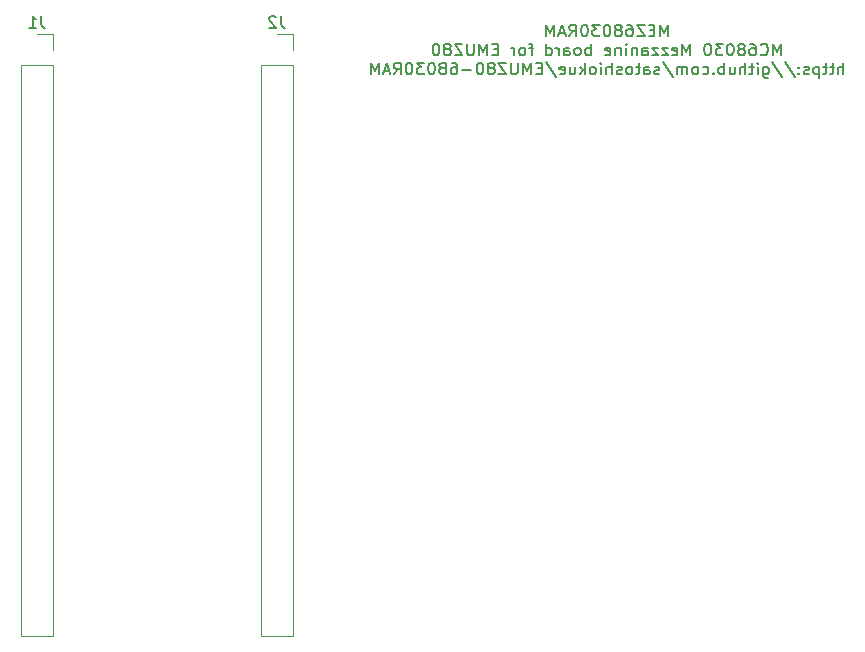
<source format=gbo>
G04 #@! TF.GenerationSoftware,KiCad,Pcbnew,(6.0.10-0)*
G04 #@! TF.CreationDate,2023-02-19T16:13:56+09:00*
G04 #@! TF.ProjectId,MEZ68030RAM,4d455a36-3830-4333-9052-414d2e6b6963,A*
G04 #@! TF.SameCoordinates,PX5f5e100PY8e18f40*
G04 #@! TF.FileFunction,Legend,Bot*
G04 #@! TF.FilePolarity,Positive*
%FSLAX46Y46*%
G04 Gerber Fmt 4.6, Leading zero omitted, Abs format (unit mm)*
G04 Created by KiCad (PCBNEW (6.0.10-0)) date 2023-02-19 16:13:56*
%MOMM*%
%LPD*%
G01*
G04 APERTURE LIST*
%ADD10C,0.200000*%
%ADD11C,0.150000*%
%ADD12C,0.120000*%
G04 APERTURE END LIST*
D10*
X57212857Y52862620D02*
X57212857Y53862620D01*
X56879523Y53148334D01*
X56546190Y53862620D01*
X56546190Y52862620D01*
X56070000Y53386429D02*
X55736666Y53386429D01*
X55593809Y52862620D02*
X56070000Y52862620D01*
X56070000Y53862620D01*
X55593809Y53862620D01*
X55260476Y53862620D02*
X54593809Y53862620D01*
X55260476Y52862620D01*
X54593809Y52862620D01*
X53784285Y53862620D02*
X53974761Y53862620D01*
X54070000Y53815000D01*
X54117619Y53767381D01*
X54212857Y53624524D01*
X54260476Y53434048D01*
X54260476Y53053096D01*
X54212857Y52957858D01*
X54165238Y52910239D01*
X54070000Y52862620D01*
X53879523Y52862620D01*
X53784285Y52910239D01*
X53736666Y52957858D01*
X53689047Y53053096D01*
X53689047Y53291191D01*
X53736666Y53386429D01*
X53784285Y53434048D01*
X53879523Y53481667D01*
X54070000Y53481667D01*
X54165238Y53434048D01*
X54212857Y53386429D01*
X54260476Y53291191D01*
X53117619Y53434048D02*
X53212857Y53481667D01*
X53260476Y53529286D01*
X53308095Y53624524D01*
X53308095Y53672143D01*
X53260476Y53767381D01*
X53212857Y53815000D01*
X53117619Y53862620D01*
X52927142Y53862620D01*
X52831904Y53815000D01*
X52784285Y53767381D01*
X52736666Y53672143D01*
X52736666Y53624524D01*
X52784285Y53529286D01*
X52831904Y53481667D01*
X52927142Y53434048D01*
X53117619Y53434048D01*
X53212857Y53386429D01*
X53260476Y53338810D01*
X53308095Y53243572D01*
X53308095Y53053096D01*
X53260476Y52957858D01*
X53212857Y52910239D01*
X53117619Y52862620D01*
X52927142Y52862620D01*
X52831904Y52910239D01*
X52784285Y52957858D01*
X52736666Y53053096D01*
X52736666Y53243572D01*
X52784285Y53338810D01*
X52831904Y53386429D01*
X52927142Y53434048D01*
X52117619Y53862620D02*
X52022380Y53862620D01*
X51927142Y53815000D01*
X51879523Y53767381D01*
X51831904Y53672143D01*
X51784285Y53481667D01*
X51784285Y53243572D01*
X51831904Y53053096D01*
X51879523Y52957858D01*
X51927142Y52910239D01*
X52022380Y52862620D01*
X52117619Y52862620D01*
X52212857Y52910239D01*
X52260476Y52957858D01*
X52308095Y53053096D01*
X52355714Y53243572D01*
X52355714Y53481667D01*
X52308095Y53672143D01*
X52260476Y53767381D01*
X52212857Y53815000D01*
X52117619Y53862620D01*
X51450952Y53862620D02*
X50831904Y53862620D01*
X51165238Y53481667D01*
X51022380Y53481667D01*
X50927142Y53434048D01*
X50879523Y53386429D01*
X50831904Y53291191D01*
X50831904Y53053096D01*
X50879523Y52957858D01*
X50927142Y52910239D01*
X51022380Y52862620D01*
X51308095Y52862620D01*
X51403333Y52910239D01*
X51450952Y52957858D01*
X50212857Y53862620D02*
X50117619Y53862620D01*
X50022380Y53815000D01*
X49974761Y53767381D01*
X49927142Y53672143D01*
X49879523Y53481667D01*
X49879523Y53243572D01*
X49927142Y53053096D01*
X49974761Y52957858D01*
X50022380Y52910239D01*
X50117619Y52862620D01*
X50212857Y52862620D01*
X50308095Y52910239D01*
X50355714Y52957858D01*
X50403333Y53053096D01*
X50450952Y53243572D01*
X50450952Y53481667D01*
X50403333Y53672143D01*
X50355714Y53767381D01*
X50308095Y53815000D01*
X50212857Y53862620D01*
X48879523Y52862620D02*
X49212857Y53338810D01*
X49450952Y52862620D02*
X49450952Y53862620D01*
X49070000Y53862620D01*
X48974761Y53815000D01*
X48927142Y53767381D01*
X48879523Y53672143D01*
X48879523Y53529286D01*
X48927142Y53434048D01*
X48974761Y53386429D01*
X49070000Y53338810D01*
X49450952Y53338810D01*
X48498571Y53148334D02*
X48022380Y53148334D01*
X48593809Y52862620D02*
X48260476Y53862620D01*
X47927142Y52862620D01*
X47593809Y52862620D02*
X47593809Y53862620D01*
X47260476Y53148334D01*
X46927142Y53862620D01*
X46927142Y52862620D01*
X66784285Y51252620D02*
X66784285Y52252620D01*
X66450952Y51538334D01*
X66117619Y52252620D01*
X66117619Y51252620D01*
X65070000Y51347858D02*
X65117619Y51300239D01*
X65260476Y51252620D01*
X65355714Y51252620D01*
X65498571Y51300239D01*
X65593809Y51395477D01*
X65641428Y51490715D01*
X65689047Y51681191D01*
X65689047Y51824048D01*
X65641428Y52014524D01*
X65593809Y52109762D01*
X65498571Y52205000D01*
X65355714Y52252620D01*
X65260476Y52252620D01*
X65117619Y52205000D01*
X65070000Y52157381D01*
X64212857Y52252620D02*
X64403333Y52252620D01*
X64498571Y52205000D01*
X64546190Y52157381D01*
X64641428Y52014524D01*
X64689047Y51824048D01*
X64689047Y51443096D01*
X64641428Y51347858D01*
X64593809Y51300239D01*
X64498571Y51252620D01*
X64308095Y51252620D01*
X64212857Y51300239D01*
X64165238Y51347858D01*
X64117619Y51443096D01*
X64117619Y51681191D01*
X64165238Y51776429D01*
X64212857Y51824048D01*
X64308095Y51871667D01*
X64498571Y51871667D01*
X64593809Y51824048D01*
X64641428Y51776429D01*
X64689047Y51681191D01*
X63546190Y51824048D02*
X63641428Y51871667D01*
X63689047Y51919286D01*
X63736666Y52014524D01*
X63736666Y52062143D01*
X63689047Y52157381D01*
X63641428Y52205000D01*
X63546190Y52252620D01*
X63355714Y52252620D01*
X63260476Y52205000D01*
X63212857Y52157381D01*
X63165238Y52062143D01*
X63165238Y52014524D01*
X63212857Y51919286D01*
X63260476Y51871667D01*
X63355714Y51824048D01*
X63546190Y51824048D01*
X63641428Y51776429D01*
X63689047Y51728810D01*
X63736666Y51633572D01*
X63736666Y51443096D01*
X63689047Y51347858D01*
X63641428Y51300239D01*
X63546190Y51252620D01*
X63355714Y51252620D01*
X63260476Y51300239D01*
X63212857Y51347858D01*
X63165238Y51443096D01*
X63165238Y51633572D01*
X63212857Y51728810D01*
X63260476Y51776429D01*
X63355714Y51824048D01*
X62546190Y52252620D02*
X62450952Y52252620D01*
X62355714Y52205000D01*
X62308095Y52157381D01*
X62260476Y52062143D01*
X62212857Y51871667D01*
X62212857Y51633572D01*
X62260476Y51443096D01*
X62308095Y51347858D01*
X62355714Y51300239D01*
X62450952Y51252620D01*
X62546190Y51252620D01*
X62641428Y51300239D01*
X62689047Y51347858D01*
X62736666Y51443096D01*
X62784285Y51633572D01*
X62784285Y51871667D01*
X62736666Y52062143D01*
X62689047Y52157381D01*
X62641428Y52205000D01*
X62546190Y52252620D01*
X61879523Y52252620D02*
X61260476Y52252620D01*
X61593809Y51871667D01*
X61450952Y51871667D01*
X61355714Y51824048D01*
X61308095Y51776429D01*
X61260476Y51681191D01*
X61260476Y51443096D01*
X61308095Y51347858D01*
X61355714Y51300239D01*
X61450952Y51252620D01*
X61736666Y51252620D01*
X61831904Y51300239D01*
X61879523Y51347858D01*
X60641428Y52252620D02*
X60546190Y52252620D01*
X60450952Y52205000D01*
X60403333Y52157381D01*
X60355714Y52062143D01*
X60308095Y51871667D01*
X60308095Y51633572D01*
X60355714Y51443096D01*
X60403333Y51347858D01*
X60450952Y51300239D01*
X60546190Y51252620D01*
X60641428Y51252620D01*
X60736666Y51300239D01*
X60784285Y51347858D01*
X60831904Y51443096D01*
X60879523Y51633572D01*
X60879523Y51871667D01*
X60831904Y52062143D01*
X60784285Y52157381D01*
X60736666Y52205000D01*
X60641428Y52252620D01*
X59117619Y51252620D02*
X59117619Y52252620D01*
X58784285Y51538334D01*
X58450952Y52252620D01*
X58450952Y51252620D01*
X57593809Y51300239D02*
X57689047Y51252620D01*
X57879523Y51252620D01*
X57974761Y51300239D01*
X58022380Y51395477D01*
X58022380Y51776429D01*
X57974761Y51871667D01*
X57879523Y51919286D01*
X57689047Y51919286D01*
X57593809Y51871667D01*
X57546190Y51776429D01*
X57546190Y51681191D01*
X58022380Y51585953D01*
X57212857Y51919286D02*
X56689047Y51919286D01*
X57212857Y51252620D01*
X56689047Y51252620D01*
X56403333Y51919286D02*
X55879523Y51919286D01*
X56403333Y51252620D01*
X55879523Y51252620D01*
X55070000Y51252620D02*
X55070000Y51776429D01*
X55117619Y51871667D01*
X55212857Y51919286D01*
X55403333Y51919286D01*
X55498571Y51871667D01*
X55070000Y51300239D02*
X55165238Y51252620D01*
X55403333Y51252620D01*
X55498571Y51300239D01*
X55546190Y51395477D01*
X55546190Y51490715D01*
X55498571Y51585953D01*
X55403333Y51633572D01*
X55165238Y51633572D01*
X55070000Y51681191D01*
X54593809Y51919286D02*
X54593809Y51252620D01*
X54593809Y51824048D02*
X54546190Y51871667D01*
X54450952Y51919286D01*
X54308095Y51919286D01*
X54212857Y51871667D01*
X54165238Y51776429D01*
X54165238Y51252620D01*
X53689047Y51252620D02*
X53689047Y51919286D01*
X53689047Y52252620D02*
X53736666Y52205000D01*
X53689047Y52157381D01*
X53641428Y52205000D01*
X53689047Y52252620D01*
X53689047Y52157381D01*
X53212857Y51919286D02*
X53212857Y51252620D01*
X53212857Y51824048D02*
X53165238Y51871667D01*
X53070000Y51919286D01*
X52927142Y51919286D01*
X52831904Y51871667D01*
X52784285Y51776429D01*
X52784285Y51252620D01*
X51927142Y51300239D02*
X52022380Y51252620D01*
X52212857Y51252620D01*
X52308095Y51300239D01*
X52355714Y51395477D01*
X52355714Y51776429D01*
X52308095Y51871667D01*
X52212857Y51919286D01*
X52022380Y51919286D01*
X51927142Y51871667D01*
X51879523Y51776429D01*
X51879523Y51681191D01*
X52355714Y51585953D01*
X50689047Y51252620D02*
X50689047Y52252620D01*
X50689047Y51871667D02*
X50593809Y51919286D01*
X50403333Y51919286D01*
X50308095Y51871667D01*
X50260476Y51824048D01*
X50212857Y51728810D01*
X50212857Y51443096D01*
X50260476Y51347858D01*
X50308095Y51300239D01*
X50403333Y51252620D01*
X50593809Y51252620D01*
X50689047Y51300239D01*
X49641428Y51252620D02*
X49736666Y51300239D01*
X49784285Y51347858D01*
X49831904Y51443096D01*
X49831904Y51728810D01*
X49784285Y51824048D01*
X49736666Y51871667D01*
X49641428Y51919286D01*
X49498571Y51919286D01*
X49403333Y51871667D01*
X49355714Y51824048D01*
X49308095Y51728810D01*
X49308095Y51443096D01*
X49355714Y51347858D01*
X49403333Y51300239D01*
X49498571Y51252620D01*
X49641428Y51252620D01*
X48450952Y51252620D02*
X48450952Y51776429D01*
X48498571Y51871667D01*
X48593809Y51919286D01*
X48784285Y51919286D01*
X48879523Y51871667D01*
X48450952Y51300239D02*
X48546190Y51252620D01*
X48784285Y51252620D01*
X48879523Y51300239D01*
X48927142Y51395477D01*
X48927142Y51490715D01*
X48879523Y51585953D01*
X48784285Y51633572D01*
X48546190Y51633572D01*
X48450952Y51681191D01*
X47974761Y51252620D02*
X47974761Y51919286D01*
X47974761Y51728810D02*
X47927142Y51824048D01*
X47879523Y51871667D01*
X47784285Y51919286D01*
X47689047Y51919286D01*
X46927142Y51252620D02*
X46927142Y52252620D01*
X46927142Y51300239D02*
X47022380Y51252620D01*
X47212857Y51252620D01*
X47308095Y51300239D01*
X47355714Y51347858D01*
X47403333Y51443096D01*
X47403333Y51728810D01*
X47355714Y51824048D01*
X47308095Y51871667D01*
X47212857Y51919286D01*
X47022380Y51919286D01*
X46927142Y51871667D01*
X45831904Y51919286D02*
X45450952Y51919286D01*
X45689047Y51252620D02*
X45689047Y52109762D01*
X45641428Y52205000D01*
X45546190Y52252620D01*
X45450952Y52252620D01*
X44974761Y51252620D02*
X45070000Y51300239D01*
X45117619Y51347858D01*
X45165238Y51443096D01*
X45165238Y51728810D01*
X45117619Y51824048D01*
X45070000Y51871667D01*
X44974761Y51919286D01*
X44831904Y51919286D01*
X44736666Y51871667D01*
X44689047Y51824048D01*
X44641428Y51728810D01*
X44641428Y51443096D01*
X44689047Y51347858D01*
X44736666Y51300239D01*
X44831904Y51252620D01*
X44974761Y51252620D01*
X44212857Y51252620D02*
X44212857Y51919286D01*
X44212857Y51728810D02*
X44165238Y51824048D01*
X44117619Y51871667D01*
X44022380Y51919286D01*
X43927142Y51919286D01*
X42831904Y51776429D02*
X42498571Y51776429D01*
X42355714Y51252620D02*
X42831904Y51252620D01*
X42831904Y52252620D01*
X42355714Y52252620D01*
X41927142Y51252620D02*
X41927142Y52252620D01*
X41593809Y51538334D01*
X41260476Y52252620D01*
X41260476Y51252620D01*
X40784285Y52252620D02*
X40784285Y51443096D01*
X40736666Y51347858D01*
X40689047Y51300239D01*
X40593809Y51252620D01*
X40403333Y51252620D01*
X40308095Y51300239D01*
X40260476Y51347858D01*
X40212857Y51443096D01*
X40212857Y52252620D01*
X39831904Y52252620D02*
X39165238Y52252620D01*
X39831904Y51252620D01*
X39165238Y51252620D01*
X38641428Y51824048D02*
X38736666Y51871667D01*
X38784285Y51919286D01*
X38831904Y52014524D01*
X38831904Y52062143D01*
X38784285Y52157381D01*
X38736666Y52205000D01*
X38641428Y52252620D01*
X38450952Y52252620D01*
X38355714Y52205000D01*
X38308095Y52157381D01*
X38260476Y52062143D01*
X38260476Y52014524D01*
X38308095Y51919286D01*
X38355714Y51871667D01*
X38450952Y51824048D01*
X38641428Y51824048D01*
X38736666Y51776429D01*
X38784285Y51728810D01*
X38831904Y51633572D01*
X38831904Y51443096D01*
X38784285Y51347858D01*
X38736666Y51300239D01*
X38641428Y51252620D01*
X38450952Y51252620D01*
X38355714Y51300239D01*
X38308095Y51347858D01*
X38260476Y51443096D01*
X38260476Y51633572D01*
X38308095Y51728810D01*
X38355714Y51776429D01*
X38450952Y51824048D01*
X37641428Y52252620D02*
X37546190Y52252620D01*
X37450952Y52205000D01*
X37403333Y52157381D01*
X37355714Y52062143D01*
X37308095Y51871667D01*
X37308095Y51633572D01*
X37355714Y51443096D01*
X37403333Y51347858D01*
X37450952Y51300239D01*
X37546190Y51252620D01*
X37641428Y51252620D01*
X37736666Y51300239D01*
X37784285Y51347858D01*
X37831904Y51443096D01*
X37879523Y51633572D01*
X37879523Y51871667D01*
X37831904Y52062143D01*
X37784285Y52157381D01*
X37736666Y52205000D01*
X37641428Y52252620D01*
X72070000Y49642620D02*
X72070000Y50642620D01*
X71641428Y49642620D02*
X71641428Y50166429D01*
X71689047Y50261667D01*
X71784285Y50309286D01*
X71927142Y50309286D01*
X72022380Y50261667D01*
X72070000Y50214048D01*
X71308095Y50309286D02*
X70927142Y50309286D01*
X71165238Y50642620D02*
X71165238Y49785477D01*
X71117619Y49690239D01*
X71022380Y49642620D01*
X70927142Y49642620D01*
X70736666Y50309286D02*
X70355714Y50309286D01*
X70593809Y50642620D02*
X70593809Y49785477D01*
X70546190Y49690239D01*
X70450952Y49642620D01*
X70355714Y49642620D01*
X70022380Y50309286D02*
X70022380Y49309286D01*
X70022380Y50261667D02*
X69927142Y50309286D01*
X69736666Y50309286D01*
X69641428Y50261667D01*
X69593809Y50214048D01*
X69546190Y50118810D01*
X69546190Y49833096D01*
X69593809Y49737858D01*
X69641428Y49690239D01*
X69736666Y49642620D01*
X69927142Y49642620D01*
X70022380Y49690239D01*
X69165238Y49690239D02*
X69070000Y49642620D01*
X68879523Y49642620D01*
X68784285Y49690239D01*
X68736666Y49785477D01*
X68736666Y49833096D01*
X68784285Y49928334D01*
X68879523Y49975953D01*
X69022380Y49975953D01*
X69117619Y50023572D01*
X69165238Y50118810D01*
X69165238Y50166429D01*
X69117619Y50261667D01*
X69022380Y50309286D01*
X68879523Y50309286D01*
X68784285Y50261667D01*
X68308095Y49737858D02*
X68260476Y49690239D01*
X68308095Y49642620D01*
X68355714Y49690239D01*
X68308095Y49737858D01*
X68308095Y49642620D01*
X68308095Y50261667D02*
X68260476Y50214048D01*
X68308095Y50166429D01*
X68355714Y50214048D01*
X68308095Y50261667D01*
X68308095Y50166429D01*
X67117619Y50690239D02*
X67974761Y49404524D01*
X66070000Y50690239D02*
X66927142Y49404524D01*
X65308095Y50309286D02*
X65308095Y49499762D01*
X65355714Y49404524D01*
X65403333Y49356905D01*
X65498571Y49309286D01*
X65641428Y49309286D01*
X65736666Y49356905D01*
X65308095Y49690239D02*
X65403333Y49642620D01*
X65593809Y49642620D01*
X65689047Y49690239D01*
X65736666Y49737858D01*
X65784285Y49833096D01*
X65784285Y50118810D01*
X65736666Y50214048D01*
X65689047Y50261667D01*
X65593809Y50309286D01*
X65403333Y50309286D01*
X65308095Y50261667D01*
X64831904Y49642620D02*
X64831904Y50309286D01*
X64831904Y50642620D02*
X64879523Y50595000D01*
X64831904Y50547381D01*
X64784285Y50595000D01*
X64831904Y50642620D01*
X64831904Y50547381D01*
X64498571Y50309286D02*
X64117619Y50309286D01*
X64355714Y50642620D02*
X64355714Y49785477D01*
X64308095Y49690239D01*
X64212857Y49642620D01*
X64117619Y49642620D01*
X63784285Y49642620D02*
X63784285Y50642620D01*
X63355714Y49642620D02*
X63355714Y50166429D01*
X63403333Y50261667D01*
X63498571Y50309286D01*
X63641428Y50309286D01*
X63736666Y50261667D01*
X63784285Y50214048D01*
X62450952Y50309286D02*
X62450952Y49642620D01*
X62879523Y50309286D02*
X62879523Y49785477D01*
X62831904Y49690239D01*
X62736666Y49642620D01*
X62593809Y49642620D01*
X62498571Y49690239D01*
X62450952Y49737858D01*
X61974761Y49642620D02*
X61974761Y50642620D01*
X61974761Y50261667D02*
X61879523Y50309286D01*
X61689047Y50309286D01*
X61593809Y50261667D01*
X61546190Y50214048D01*
X61498571Y50118810D01*
X61498571Y49833096D01*
X61546190Y49737858D01*
X61593809Y49690239D01*
X61689047Y49642620D01*
X61879523Y49642620D01*
X61974761Y49690239D01*
X61070000Y49737858D02*
X61022380Y49690239D01*
X61070000Y49642620D01*
X61117619Y49690239D01*
X61070000Y49737858D01*
X61070000Y49642620D01*
X60165238Y49690239D02*
X60260476Y49642620D01*
X60450952Y49642620D01*
X60546190Y49690239D01*
X60593809Y49737858D01*
X60641428Y49833096D01*
X60641428Y50118810D01*
X60593809Y50214048D01*
X60546190Y50261667D01*
X60450952Y50309286D01*
X60260476Y50309286D01*
X60165238Y50261667D01*
X59593809Y49642620D02*
X59689047Y49690239D01*
X59736666Y49737858D01*
X59784285Y49833096D01*
X59784285Y50118810D01*
X59736666Y50214048D01*
X59689047Y50261667D01*
X59593809Y50309286D01*
X59450952Y50309286D01*
X59355714Y50261667D01*
X59308095Y50214048D01*
X59260476Y50118810D01*
X59260476Y49833096D01*
X59308095Y49737858D01*
X59355714Y49690239D01*
X59450952Y49642620D01*
X59593809Y49642620D01*
X58831904Y49642620D02*
X58831904Y50309286D01*
X58831904Y50214048D02*
X58784285Y50261667D01*
X58689047Y50309286D01*
X58546190Y50309286D01*
X58450952Y50261667D01*
X58403333Y50166429D01*
X58403333Y49642620D01*
X58403333Y50166429D02*
X58355714Y50261667D01*
X58260476Y50309286D01*
X58117619Y50309286D01*
X58022380Y50261667D01*
X57974761Y50166429D01*
X57974761Y49642620D01*
X56784285Y50690239D02*
X57641428Y49404524D01*
X56498571Y49690239D02*
X56403333Y49642620D01*
X56212857Y49642620D01*
X56117619Y49690239D01*
X56070000Y49785477D01*
X56070000Y49833096D01*
X56117619Y49928334D01*
X56212857Y49975953D01*
X56355714Y49975953D01*
X56450952Y50023572D01*
X56498571Y50118810D01*
X56498571Y50166429D01*
X56450952Y50261667D01*
X56355714Y50309286D01*
X56212857Y50309286D01*
X56117619Y50261667D01*
X55212857Y49642620D02*
X55212857Y50166429D01*
X55260476Y50261667D01*
X55355714Y50309286D01*
X55546190Y50309286D01*
X55641428Y50261667D01*
X55212857Y49690239D02*
X55308095Y49642620D01*
X55546190Y49642620D01*
X55641428Y49690239D01*
X55689047Y49785477D01*
X55689047Y49880715D01*
X55641428Y49975953D01*
X55546190Y50023572D01*
X55308095Y50023572D01*
X55212857Y50071191D01*
X54879523Y50309286D02*
X54498571Y50309286D01*
X54736666Y50642620D02*
X54736666Y49785477D01*
X54689047Y49690239D01*
X54593809Y49642620D01*
X54498571Y49642620D01*
X54022380Y49642620D02*
X54117619Y49690239D01*
X54165238Y49737858D01*
X54212857Y49833096D01*
X54212857Y50118810D01*
X54165238Y50214048D01*
X54117619Y50261667D01*
X54022380Y50309286D01*
X53879523Y50309286D01*
X53784285Y50261667D01*
X53736666Y50214048D01*
X53689047Y50118810D01*
X53689047Y49833096D01*
X53736666Y49737858D01*
X53784285Y49690239D01*
X53879523Y49642620D01*
X54022380Y49642620D01*
X53308095Y49690239D02*
X53212857Y49642620D01*
X53022380Y49642620D01*
X52927142Y49690239D01*
X52879523Y49785477D01*
X52879523Y49833096D01*
X52927142Y49928334D01*
X53022380Y49975953D01*
X53165238Y49975953D01*
X53260476Y50023572D01*
X53308095Y50118810D01*
X53308095Y50166429D01*
X53260476Y50261667D01*
X53165238Y50309286D01*
X53022380Y50309286D01*
X52927142Y50261667D01*
X52450952Y49642620D02*
X52450952Y50642620D01*
X52022380Y49642620D02*
X52022380Y50166429D01*
X52070000Y50261667D01*
X52165238Y50309286D01*
X52308095Y50309286D01*
X52403333Y50261667D01*
X52450952Y50214048D01*
X51546190Y49642620D02*
X51546190Y50309286D01*
X51546190Y50642620D02*
X51593809Y50595000D01*
X51546190Y50547381D01*
X51498571Y50595000D01*
X51546190Y50642620D01*
X51546190Y50547381D01*
X50927142Y49642620D02*
X51022380Y49690239D01*
X51070000Y49737858D01*
X51117619Y49833096D01*
X51117619Y50118810D01*
X51070000Y50214048D01*
X51022380Y50261667D01*
X50927142Y50309286D01*
X50784285Y50309286D01*
X50689047Y50261667D01*
X50641428Y50214048D01*
X50593809Y50118810D01*
X50593809Y49833096D01*
X50641428Y49737858D01*
X50689047Y49690239D01*
X50784285Y49642620D01*
X50927142Y49642620D01*
X50165238Y49642620D02*
X50165238Y50642620D01*
X50070000Y50023572D02*
X49784285Y49642620D01*
X49784285Y50309286D02*
X50165238Y49928334D01*
X48927142Y50309286D02*
X48927142Y49642620D01*
X49355714Y50309286D02*
X49355714Y49785477D01*
X49308095Y49690239D01*
X49212857Y49642620D01*
X49070000Y49642620D01*
X48974761Y49690239D01*
X48927142Y49737858D01*
X48070000Y49690239D02*
X48165238Y49642620D01*
X48355714Y49642620D01*
X48450952Y49690239D01*
X48498571Y49785477D01*
X48498571Y50166429D01*
X48450952Y50261667D01*
X48355714Y50309286D01*
X48165238Y50309286D01*
X48070000Y50261667D01*
X48022380Y50166429D01*
X48022380Y50071191D01*
X48498571Y49975953D01*
X46879523Y50690239D02*
X47736666Y49404524D01*
X46546190Y50166429D02*
X46212857Y50166429D01*
X46070000Y49642620D02*
X46546190Y49642620D01*
X46546190Y50642620D01*
X46070000Y50642620D01*
X45641428Y49642620D02*
X45641428Y50642620D01*
X45308095Y49928334D01*
X44974761Y50642620D01*
X44974761Y49642620D01*
X44498571Y50642620D02*
X44498571Y49833096D01*
X44450952Y49737858D01*
X44403333Y49690239D01*
X44308095Y49642620D01*
X44117619Y49642620D01*
X44022380Y49690239D01*
X43974761Y49737858D01*
X43927142Y49833096D01*
X43927142Y50642620D01*
X43546190Y50642620D02*
X42879523Y50642620D01*
X43546190Y49642620D01*
X42879523Y49642620D01*
X42355714Y50214048D02*
X42450952Y50261667D01*
X42498571Y50309286D01*
X42546190Y50404524D01*
X42546190Y50452143D01*
X42498571Y50547381D01*
X42450952Y50595000D01*
X42355714Y50642620D01*
X42165238Y50642620D01*
X42070000Y50595000D01*
X42022380Y50547381D01*
X41974761Y50452143D01*
X41974761Y50404524D01*
X42022380Y50309286D01*
X42070000Y50261667D01*
X42165238Y50214048D01*
X42355714Y50214048D01*
X42450952Y50166429D01*
X42498571Y50118810D01*
X42546190Y50023572D01*
X42546190Y49833096D01*
X42498571Y49737858D01*
X42450952Y49690239D01*
X42355714Y49642620D01*
X42165238Y49642620D01*
X42070000Y49690239D01*
X42022380Y49737858D01*
X41974761Y49833096D01*
X41974761Y50023572D01*
X42022380Y50118810D01*
X42070000Y50166429D01*
X42165238Y50214048D01*
X41355714Y50642620D02*
X41260476Y50642620D01*
X41165238Y50595000D01*
X41117619Y50547381D01*
X41070000Y50452143D01*
X41022380Y50261667D01*
X41022380Y50023572D01*
X41070000Y49833096D01*
X41117619Y49737858D01*
X41165238Y49690239D01*
X41260476Y49642620D01*
X41355714Y49642620D01*
X41450952Y49690239D01*
X41498571Y49737858D01*
X41546190Y49833096D01*
X41593809Y50023572D01*
X41593809Y50261667D01*
X41546190Y50452143D01*
X41498571Y50547381D01*
X41450952Y50595000D01*
X41355714Y50642620D01*
X40593809Y50023572D02*
X39831904Y50023572D01*
X38927142Y50642620D02*
X39117619Y50642620D01*
X39212857Y50595000D01*
X39260476Y50547381D01*
X39355714Y50404524D01*
X39403333Y50214048D01*
X39403333Y49833096D01*
X39355714Y49737858D01*
X39308095Y49690239D01*
X39212857Y49642620D01*
X39022380Y49642620D01*
X38927142Y49690239D01*
X38879523Y49737858D01*
X38831904Y49833096D01*
X38831904Y50071191D01*
X38879523Y50166429D01*
X38927142Y50214048D01*
X39022380Y50261667D01*
X39212857Y50261667D01*
X39308095Y50214048D01*
X39355714Y50166429D01*
X39403333Y50071191D01*
X38260476Y50214048D02*
X38355714Y50261667D01*
X38403333Y50309286D01*
X38450952Y50404524D01*
X38450952Y50452143D01*
X38403333Y50547381D01*
X38355714Y50595000D01*
X38260476Y50642620D01*
X38070000Y50642620D01*
X37974761Y50595000D01*
X37927142Y50547381D01*
X37879523Y50452143D01*
X37879523Y50404524D01*
X37927142Y50309286D01*
X37974761Y50261667D01*
X38070000Y50214048D01*
X38260476Y50214048D01*
X38355714Y50166429D01*
X38403333Y50118810D01*
X38450952Y50023572D01*
X38450952Y49833096D01*
X38403333Y49737858D01*
X38355714Y49690239D01*
X38260476Y49642620D01*
X38070000Y49642620D01*
X37974761Y49690239D01*
X37927142Y49737858D01*
X37879523Y49833096D01*
X37879523Y50023572D01*
X37927142Y50118810D01*
X37974761Y50166429D01*
X38070000Y50214048D01*
X37260476Y50642620D02*
X37165238Y50642620D01*
X37070000Y50595000D01*
X37022380Y50547381D01*
X36974761Y50452143D01*
X36927142Y50261667D01*
X36927142Y50023572D01*
X36974761Y49833096D01*
X37022380Y49737858D01*
X37070000Y49690239D01*
X37165238Y49642620D01*
X37260476Y49642620D01*
X37355714Y49690239D01*
X37403333Y49737858D01*
X37450952Y49833096D01*
X37498571Y50023572D01*
X37498571Y50261667D01*
X37450952Y50452143D01*
X37403333Y50547381D01*
X37355714Y50595000D01*
X37260476Y50642620D01*
X36593809Y50642620D02*
X35974761Y50642620D01*
X36308095Y50261667D01*
X36165238Y50261667D01*
X36070000Y50214048D01*
X36022380Y50166429D01*
X35974761Y50071191D01*
X35974761Y49833096D01*
X36022380Y49737858D01*
X36070000Y49690239D01*
X36165238Y49642620D01*
X36450952Y49642620D01*
X36546190Y49690239D01*
X36593809Y49737858D01*
X35355714Y50642620D02*
X35260476Y50642620D01*
X35165238Y50595000D01*
X35117619Y50547381D01*
X35070000Y50452143D01*
X35022380Y50261667D01*
X35022380Y50023572D01*
X35070000Y49833096D01*
X35117619Y49737858D01*
X35165238Y49690239D01*
X35260476Y49642620D01*
X35355714Y49642620D01*
X35450952Y49690239D01*
X35498571Y49737858D01*
X35546190Y49833096D01*
X35593809Y50023572D01*
X35593809Y50261667D01*
X35546190Y50452143D01*
X35498571Y50547381D01*
X35450952Y50595000D01*
X35355714Y50642620D01*
X34022380Y49642620D02*
X34355714Y50118810D01*
X34593809Y49642620D02*
X34593809Y50642620D01*
X34212857Y50642620D01*
X34117619Y50595000D01*
X34070000Y50547381D01*
X34022380Y50452143D01*
X34022380Y50309286D01*
X34070000Y50214048D01*
X34117619Y50166429D01*
X34212857Y50118810D01*
X34593809Y50118810D01*
X33641428Y49928334D02*
X33165238Y49928334D01*
X33736666Y49642620D02*
X33403333Y50642620D01*
X33070000Y49642620D01*
X32736666Y49642620D02*
X32736666Y50642620D01*
X32403333Y49928334D01*
X32070000Y50642620D01*
X32070000Y49642620D01*
D11*
X24463333Y54582620D02*
X24463333Y53868334D01*
X24510952Y53725477D01*
X24606190Y53630239D01*
X24749047Y53582620D01*
X24844285Y53582620D01*
X24034761Y54487381D02*
X23987142Y54535000D01*
X23891904Y54582620D01*
X23653809Y54582620D01*
X23558571Y54535000D01*
X23510952Y54487381D01*
X23463333Y54392143D01*
X23463333Y54296905D01*
X23510952Y54154048D01*
X24082380Y53582620D01*
X23463333Y53582620D01*
X4143333Y54582620D02*
X4143333Y53868334D01*
X4190952Y53725477D01*
X4286190Y53630239D01*
X4429047Y53582620D01*
X4524285Y53582620D01*
X3143333Y53582620D02*
X3714761Y53582620D01*
X3429047Y53582620D02*
X3429047Y54582620D01*
X3524285Y54439762D01*
X3619523Y54344524D01*
X3714761Y54296905D01*
D12*
X22800000Y50435000D02*
X22800000Y2115000D01*
X25460000Y50435000D02*
X25460000Y2115000D01*
X25460000Y2115000D02*
X22800000Y2115000D01*
X25460000Y50435000D02*
X22800000Y50435000D01*
X25460000Y53035000D02*
X24130000Y53035000D01*
X25460000Y51705000D02*
X25460000Y53035000D01*
X5140000Y2115000D02*
X2480000Y2115000D01*
X5140000Y53035000D02*
X3810000Y53035000D01*
X5140000Y50435000D02*
X2480000Y50435000D01*
X2480000Y50435000D02*
X2480000Y2115000D01*
X5140000Y51705000D02*
X5140000Y53035000D01*
X5140000Y50435000D02*
X5140000Y2115000D01*
M02*

</source>
